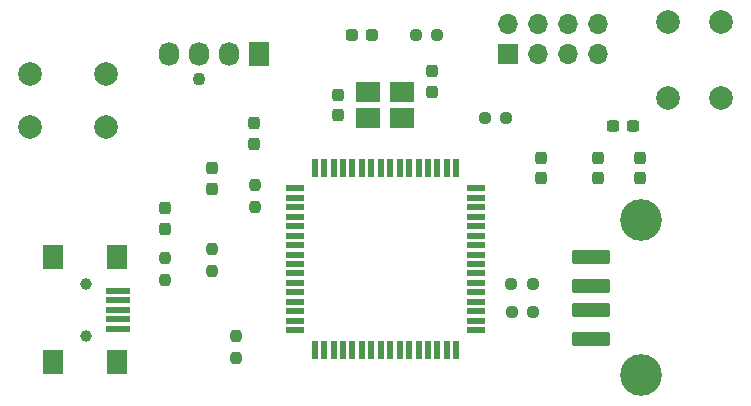
<source format=gts>
%TF.GenerationSoftware,KiCad,Pcbnew,7.0.7*%
%TF.CreationDate,2023-10-24T16:51:49+02:00*%
%TF.ProjectId,Carte_Clavier,43617274-655f-4436-9c61-766965722e6b,rev?*%
%TF.SameCoordinates,Original*%
%TF.FileFunction,Soldermask,Top*%
%TF.FilePolarity,Negative*%
%FSLAX46Y46*%
G04 Gerber Fmt 4.6, Leading zero omitted, Abs format (unit mm)*
G04 Created by KiCad (PCBNEW 7.0.7) date 2023-10-24 16:51:49*
%MOMM*%
%LPD*%
G01*
G04 APERTURE LIST*
G04 Aperture macros list*
%AMRoundRect*
0 Rectangle with rounded corners*
0 $1 Rounding radius*
0 $2 $3 $4 $5 $6 $7 $8 $9 X,Y pos of 4 corners*
0 Add a 4 corners polygon primitive as box body*
4,1,4,$2,$3,$4,$5,$6,$7,$8,$9,$2,$3,0*
0 Add four circle primitives for the rounded corners*
1,1,$1+$1,$2,$3*
1,1,$1+$1,$4,$5*
1,1,$1+$1,$6,$7*
1,1,$1+$1,$8,$9*
0 Add four rect primitives between the rounded corners*
20,1,$1+$1,$2,$3,$4,$5,0*
20,1,$1+$1,$4,$5,$6,$7,0*
20,1,$1+$1,$6,$7,$8,$9,0*
20,1,$1+$1,$8,$9,$2,$3,0*%
G04 Aperture macros list end*
%ADD10R,2.100000X1.800000*%
%ADD11RoundRect,0.237500X-0.237500X0.287500X-0.237500X-0.287500X0.237500X-0.287500X0.237500X0.287500X0*%
%ADD12RoundRect,0.237500X-0.250000X-0.237500X0.250000X-0.237500X0.250000X0.237500X-0.250000X0.237500X0*%
%ADD13RoundRect,0.237500X-0.237500X0.250000X-0.237500X-0.250000X0.237500X-0.250000X0.237500X0.250000X0*%
%ADD14R,1.500000X0.550000*%
%ADD15R,0.550000X1.500000*%
%ADD16R,1.700000X1.700000*%
%ADD17O,1.700000X1.700000*%
%ADD18C,1.100000*%
%ADD19R,1.730000X2.030000*%
%ADD20O,1.730000X2.030000*%
%ADD21RoundRect,0.101600X1.500000X0.450000X-1.500000X0.450000X-1.500000X-0.450000X1.500000X-0.450000X0*%
%ADD22C,3.530600*%
%ADD23RoundRect,0.237500X-0.300000X-0.237500X0.300000X-0.237500X0.300000X0.237500X-0.300000X0.237500X0*%
%ADD24RoundRect,0.237500X-0.237500X0.300000X-0.237500X-0.300000X0.237500X-0.300000X0.237500X0.300000X0*%
%ADD25RoundRect,0.237500X0.250000X0.237500X-0.250000X0.237500X-0.250000X-0.237500X0.250000X-0.237500X0*%
%ADD26RoundRect,0.237500X-0.287500X-0.237500X0.287500X-0.237500X0.287500X0.237500X-0.287500X0.237500X0*%
%ADD27C,2.000000*%
%ADD28C,1.000000*%
%ADD29R,2.000000X0.500000*%
%ADD30R,1.700000X2.000000*%
G04 APERTURE END LIST*
D10*
%TO.C,Y1*%
X160888000Y-86563200D03*
X157988000Y-86563200D03*
X157988000Y-88763200D03*
X160888000Y-88763200D03*
%TD*%
D11*
%TO.C,D3*%
X144754600Y-93042800D03*
X144754600Y-94792800D03*
%TD*%
D12*
%TO.C,R8*%
X162002400Y-81762600D03*
X163827400Y-81762600D03*
%TD*%
D11*
%TO.C,D4*%
X148336000Y-89207400D03*
X148336000Y-90957400D03*
%TD*%
D13*
%TO.C,R5*%
X148412200Y-94491800D03*
X148412200Y-96316800D03*
%TD*%
D14*
%TO.C,U1*%
X167161200Y-106736400D03*
X167161200Y-105936400D03*
X167161200Y-105136400D03*
X167161200Y-104336400D03*
X167161200Y-103536400D03*
X167161200Y-102736400D03*
X167161200Y-101936400D03*
X167161200Y-101136400D03*
X167161200Y-100336400D03*
X167161200Y-99536400D03*
X167161200Y-98736400D03*
X167161200Y-97936400D03*
X167161200Y-97136400D03*
X167161200Y-96336400D03*
X167161200Y-95536400D03*
X167161200Y-94736400D03*
D15*
X165461200Y-93036400D03*
X164661200Y-93036400D03*
X163861200Y-93036400D03*
X163061200Y-93036400D03*
X162261200Y-93036400D03*
X161461200Y-93036400D03*
X160661200Y-93036400D03*
X159861200Y-93036400D03*
X159061200Y-93036400D03*
X158261200Y-93036400D03*
X157461200Y-93036400D03*
X156661200Y-93036400D03*
X155861200Y-93036400D03*
X155061200Y-93036400D03*
X154261200Y-93036400D03*
X153461200Y-93036400D03*
D14*
X151761200Y-94736400D03*
X151761200Y-95536400D03*
X151761200Y-96336400D03*
X151761200Y-97136400D03*
X151761200Y-97936400D03*
X151761200Y-98736400D03*
X151761200Y-99536400D03*
X151761200Y-100336400D03*
X151761200Y-101136400D03*
X151761200Y-101936400D03*
X151761200Y-102736400D03*
X151761200Y-103536400D03*
X151761200Y-104336400D03*
X151761200Y-105136400D03*
X151761200Y-105936400D03*
X151761200Y-106736400D03*
D15*
X153461200Y-108436400D03*
X154261200Y-108436400D03*
X155061200Y-108436400D03*
X155861200Y-108436400D03*
X156661200Y-108436400D03*
X157461200Y-108436400D03*
X158261200Y-108436400D03*
X159061200Y-108436400D03*
X159861200Y-108436400D03*
X160661200Y-108436400D03*
X161461200Y-108436400D03*
X162261200Y-108436400D03*
X163061200Y-108436400D03*
X163861200Y-108436400D03*
X164661200Y-108436400D03*
X165461200Y-108436400D03*
%TD*%
D16*
%TO.C,J3*%
X169799000Y-83362800D03*
D17*
X169799000Y-80822800D03*
X172339000Y-83362800D03*
X172339000Y-80822800D03*
X174879000Y-83362800D03*
X174879000Y-80822800D03*
X177419000Y-83362800D03*
X177419000Y-80822800D03*
%TD*%
D18*
%TO.C,J4*%
X143703200Y-85518000D03*
D19*
X148783200Y-83358000D03*
D20*
X146243200Y-83358000D03*
X143703200Y-83358000D03*
X141163200Y-83358000D03*
%TD*%
D11*
%TO.C,D2*%
X140817600Y-96407000D03*
X140817600Y-98157000D03*
%TD*%
D21*
%TO.C,J1*%
X176874400Y-103013000D03*
X176874400Y-105013000D03*
X176874400Y-100513000D03*
D22*
X181086400Y-97447100D03*
X181086400Y-110578900D03*
D21*
X176874400Y-107513000D03*
%TD*%
D13*
%TO.C,R6*%
X144754600Y-99902000D03*
X144754600Y-101727000D03*
%TD*%
D23*
%TO.C,C3*%
X178691200Y-89484200D03*
X180416200Y-89484200D03*
%TD*%
D24*
%TO.C,C1*%
X155400000Y-86791800D03*
X155400000Y-88516800D03*
%TD*%
%TO.C,C4*%
X177444400Y-92151200D03*
X177444400Y-93876200D03*
%TD*%
D25*
%TO.C,R1*%
X171981500Y-105206800D03*
X170156500Y-105206800D03*
%TD*%
D13*
%TO.C,R7*%
X140766800Y-100634800D03*
X140766800Y-102459800D03*
%TD*%
D24*
%TO.C,C6*%
X181025800Y-92157200D03*
X181025800Y-93882200D03*
%TD*%
%TO.C,C5*%
X172669200Y-92151200D03*
X172669200Y-93876200D03*
%TD*%
D26*
%TO.C,D1*%
X156591000Y-81788000D03*
X158341000Y-81788000D03*
%TD*%
D25*
%TO.C,R2*%
X171928800Y-102819200D03*
X170103800Y-102819200D03*
%TD*%
D27*
%TO.C,SW1*%
X183398600Y-87120800D03*
X183398600Y-80620800D03*
X187898600Y-87120800D03*
X187898600Y-80620800D03*
%TD*%
D28*
%TO.C,J2*%
X134120200Y-102829000D03*
X134120200Y-107229000D03*
D29*
X136820200Y-103429000D03*
X136820200Y-104229000D03*
X136820200Y-105029000D03*
X136820200Y-105829000D03*
X136820200Y-106629000D03*
D30*
X136720200Y-100579000D03*
X131270200Y-100579000D03*
X136720200Y-109479000D03*
X131270200Y-109479000D03*
%TD*%
D24*
%TO.C,C2*%
X163400000Y-84837500D03*
X163400000Y-86562500D03*
%TD*%
D25*
%TO.C,R3*%
X169693600Y-88773000D03*
X167868600Y-88773000D03*
%TD*%
D13*
%TO.C,R4*%
X146812000Y-107268000D03*
X146812000Y-109093000D03*
%TD*%
D27*
%TO.C,SW2*%
X129338000Y-85024400D03*
X135838000Y-85024400D03*
X129338000Y-89524400D03*
X135838000Y-89524400D03*
%TD*%
M02*

</source>
